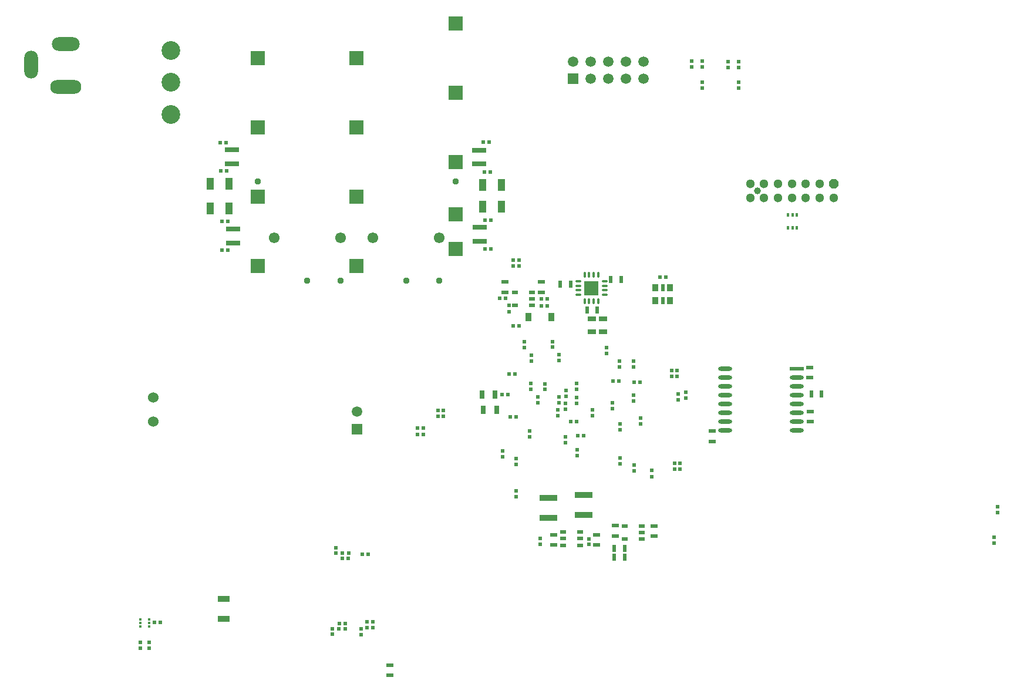
<source format=gbr>
%FSTAX23Y23*%
%MOIN*%
%SFA1B1*%

%IPPOS*%
%AMD77*
4,1,8,-0.012800,-0.025600,0.012800,-0.025600,0.025600,-0.012800,0.025600,0.012800,0.012800,0.025600,-0.012800,0.025600,-0.025600,0.012800,-0.025600,-0.012800,-0.012800,-0.025600,0.0*
%
%ADD14R,0.039370X0.023622*%
%ADD15R,0.023622X0.039370*%
%ADD16R,0.016535X0.023622*%
%ADD17O,0.016535X0.023622*%
%ADD18R,0.023622X0.021654*%
%ADD20R,0.021654X0.023622*%
%ADD23R,0.027559X0.051181*%
%ADD29R,0.051181X0.027559*%
%ADD30R,0.066929X0.035433*%
%ADD38R,0.102362X0.035433*%
%ADD75C,0.039370*%
%ADD76C,0.051181*%
G04~CAMADD=77~4~0.0~0.0~511.8~511.8~0.0~128.0~0~0.0~0.0~0.0~0.0~0~0.0~0.0~0.0~0.0~0~0.0~0.0~0.0~180.0~512.0~512.0*
%ADD77D77*%
%ADD78C,0.059055*%
%ADD79C,0.059055*%
%ADD80O,0.078740X0.157480*%
%ADD81O,0.157480X0.078740*%
%ADD82O,0.177165X0.078740*%
%ADD83R,0.059055X0.059055*%
%ADD84R,0.059055X0.059055*%
%ADD85C,0.106299*%
%ADD86C,0.060000*%
%ADD87C,0.061024*%
%ADD88C,0.037401*%
%ADD89R,0.078740X0.078740*%
%ADD112R,0.017716X0.013500*%
%ADD113R,0.035827X0.048031*%
%ADD114R,0.037401X0.023622*%
%ADD115R,0.043307X0.066929*%
%ADD116R,0.078740X0.031496*%
%ADD117R,0.078740X0.023622*%
%ADD118O,0.078740X0.023622*%
%ADD119R,0.035433X0.039370*%
%ADD120R,0.019685X0.039370*%
%ADD121O,0.037401X0.011811*%
%ADD122O,0.011811X0.037401*%
%ADD123R,0.082677X0.082677*%
%LNatfc_pads_bot-1*%
%LPD*%
G54D14*
X05272Y03216D03*
Y03157D03*
X04714Y03046D03*
Y03105D03*
X05267Y03407D03*
Y03466D03*
X02883Y01776D03*
Y01717D03*
X03746Y03952D03*
Y03893D03*
X03539D03*
Y03952D03*
X04163Y02567D03*
Y02508D03*
X04386Y02566D03*
Y02507D03*
X03815Y02457D03*
Y02516D03*
X04057Y02457D03*
Y02516D03*
G54D15*
X04217Y02437D03*
X04158D03*
Y02387D03*
X04217D03*
X05277Y03314D03*
X05336D03*
X04003Y03792D03*
X04062D03*
X03911Y03939D03*
X03852D03*
X04139Y03966D03*
X04198D03*
G54D16*
X05195Y04331D03*
X0517D03*
X05146D03*
X0517Y04257D03*
X05146D03*
G54D17*
X05195Y04257D03*
G54D18*
X01581Y02019D03*
X01547D03*
X03619Y03702D03*
X03585D03*
X03454Y04574D03*
X03421D03*
X0193Y04295D03*
X01963D03*
X01926Y0458D03*
X01959D03*
X01922Y04742D03*
X01955D03*
X03448Y04744D03*
X03415D03*
X03459Y043D03*
X03426D03*
X03459Y04139D03*
X03426D03*
X01932Y04132D03*
X01965D03*
X04451Y03979D03*
X04418D03*
X04304Y03381D03*
X0427D03*
X04186Y03389D03*
X04152D03*
X036Y03186D03*
X03567D03*
X03561Y03427D03*
X03594D03*
X03556Y03311D03*
X03522D03*
X0395Y03078D03*
X03983D03*
X03945Y03157D03*
X03912D03*
X0276Y02405D03*
X02727D03*
X03744Y03816D03*
X03777D03*
X0265Y02413D03*
X02615D03*
X02632Y02013D03*
X02597D03*
X02614Y0238D03*
X02649D03*
X02596Y0198D03*
X02631D03*
X03778Y03854D03*
X03744D03*
X03508Y03857D03*
X03542D03*
G54D20*
X01519Y01872D03*
Y01906D03*
X01467Y01872D03*
Y01906D03*
X02559Y0195D03*
Y01983D03*
X04014Y0246D03*
Y02493D03*
X03737Y02462D03*
Y02495D03*
X03042Y0312D03*
Y03086D03*
X03076Y0312D03*
Y03086D03*
X03838Y03225D03*
Y03191D03*
X04483Y03449D03*
Y03414D03*
X04516Y03449D03*
Y03414D03*
X04521Y03314D03*
Y0328D03*
X04566Y03324D03*
Y0329D03*
X03947Y02964D03*
Y02998D03*
X06314Y02502D03*
Y02468D03*
X06336Y02642D03*
Y02676D03*
X03585Y04075D03*
Y04041D03*
X03618Y04075D03*
Y04041D03*
X03188Y03222D03*
Y03187D03*
X03157Y03222D03*
Y03187D03*
X045Y02888D03*
Y02923D03*
X04531D03*
Y02888D03*
X04863Y05052D03*
Y05086D03*
X04657Y05052D03*
Y05086D03*
X04863Y05203D03*
Y05169D03*
X04804Y05202D03*
Y05168D03*
X04657Y05206D03*
Y05172D03*
X04597Y05206D03*
Y05172D03*
X04189Y03502D03*
Y03469D03*
X04114Y03579D03*
Y03546D03*
X0427Y02879D03*
Y02912D03*
X04191Y02952D03*
Y02919D03*
X04192Y03111D03*
Y03144D03*
X04034Y03193D03*
Y03226D03*
X04308Y03145D03*
Y03178D03*
X04149Y03233D03*
Y03266D03*
X04269Y03276D03*
Y03309D03*
X03685Y03343D03*
Y03376D03*
X03882Y03229D03*
Y03262D03*
X03724Y03297D03*
Y03264D03*
X03765Y0334D03*
Y03373D03*
X03881Y03038D03*
Y03071D03*
X03945Y03263D03*
Y03296D03*
X03946Y03343D03*
Y03376D03*
X03687Y03501D03*
Y03534D03*
X03648Y0361D03*
Y03577D03*
X02577Y02443D03*
Y0241D03*
X02722Y01949D03*
Y01982D03*
X02789Y01988D03*
Y02022D03*
X02754Y02023D03*
Y01989D03*
X03562Y03817D03*
Y03782D03*
X03884Y03303D03*
Y03336D03*
X03844Y03506D03*
Y03539D03*
X03807Y03613D03*
Y0358D03*
X03678Y03073D03*
Y03106D03*
X03602Y02916D03*
Y02949D03*
X03523Y02993D03*
Y02959D03*
X03602Y02764D03*
Y02731D03*
X04267Y035D03*
Y03467D03*
X03843Y03297D03*
Y03264D03*
X04372Y02845D03*
Y0288D03*
G54D23*
X03415Y03224D03*
X0349D03*
X03482Y03311D03*
X03407D03*
G54D29*
X04031Y03742D03*
Y03667D03*
X04094D03*
Y03742D03*
G54D30*
X01942Y02152D03*
Y02038D03*
G54D38*
X03786Y0261D03*
Y02725D03*
X03984Y02742D03*
Y02627D03*
G54D75*
X0497Y04468D03*
G54D76*
X0493Y04428D03*
X05009D03*
X05088D03*
X05167D03*
X05245D03*
X05324D03*
X05403D03*
X0493Y04507D03*
X05009D03*
X05088D03*
X05167D03*
X05245D03*
X05324D03*
G54D77*
X05403Y04507D03*
G54D78*
X00996Y05059D03*
X01095D03*
G54D79*
X00849Y05224D03*
Y05146D03*
X01085Y05303D03*
X01006D03*
X03925Y05203D03*
X04025Y05104D03*
Y05203D03*
X04125Y05104D03*
Y05203D03*
X04225Y05104D03*
Y05203D03*
X04325Y05104D03*
Y05203D03*
X02698Y03215D03*
G54D80*
X00849Y05185D03*
G54D81*
X01046Y05303D03*
G54D82*
X01046Y05059D03*
G54D83*
X03925Y05104D03*
G54D84*
X02698Y03115D03*
G54D85*
X0164Y05084D03*
Y05265D03*
Y04902D03*
G54D86*
X01542Y03296D03*
Y03159D03*
G54D87*
X02227Y04202D03*
X02605D03*
X02788Y04202D03*
X03166D03*
G54D88*
X03166Y03958D03*
X02977D03*
X02416D03*
X02605D03*
X03258Y04521D03*
X02135D03*
G54D89*
X03258Y05418D03*
Y05025D03*
Y04631D03*
Y04336D03*
Y04139D03*
X02135Y05221D03*
Y04828D03*
Y04434D03*
Y0404D03*
X02696D03*
Y04434D03*
Y04828D03*
Y05221D03*
G54D112*
X01469Y02034D03*
Y02014D03*
Y01994D03*
X01518D03*
Y02014D03*
Y02034D03*
G54D113*
X03671Y03751D03*
X038D03*
G54D114*
X04314Y02491D03*
Y02566D03*
Y02529D03*
X04217Y02491D03*
Y02566D03*
X03965Y02494D03*
Y02531D03*
Y02456D03*
X03868D03*
Y02531D03*
Y02494D03*
X0369Y03818D03*
Y03893D03*
Y03856D03*
X03593Y03818D03*
Y03893D03*
G54D115*
X03412Y04503D03*
X03519D03*
X01971Y04368D03*
X01864D03*
X01971Y04508D03*
X01864D03*
X03412Y04378D03*
X03519D03*
G54D116*
X0339Y04699D03*
Y0462D03*
X01994Y04172D03*
Y04251D03*
X01987Y047D03*
Y04621D03*
X03395Y04181D03*
Y0426D03*
G54D117*
X05195Y03457D03*
G54D118*
X05195Y03407D03*
Y03357D03*
Y03307D03*
Y03257D03*
Y03207D03*
Y03157D03*
Y03107D03*
X04789Y03457D03*
Y03407D03*
Y03357D03*
Y03307D03*
Y03257D03*
Y03207D03*
Y03157D03*
Y03107D03*
G54D119*
X04391Y03844D03*
Y03919D03*
X04476Y03844D03*
Y03919D03*
G54D120*
X04434Y03844D03*
Y03919D03*
G54D121*
X04103Y03878D03*
Y03955D03*
Y03904D03*
Y03929D03*
X03955Y03878D03*
Y03955D03*
Y03904D03*
Y03929D03*
G54D122*
X04067Y03842D03*
Y0399D03*
X04041Y03842D03*
X04016D03*
X0399D03*
X04041Y0399D03*
X04016D03*
X0399D03*
G54D123*
X04029Y03916D03*
M02*
</source>
